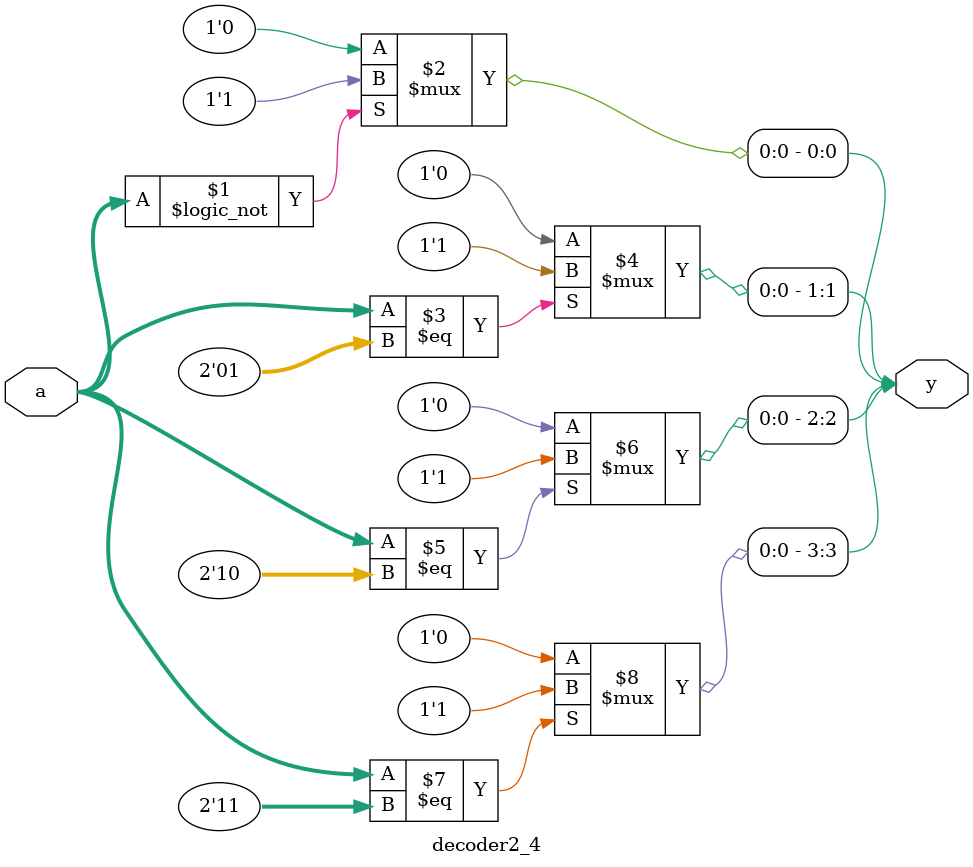
<source format=v>
`timescale 1ns / 1ps

module decoder2_4(input[1:0]a,
                  output[3:0]y);
                   
    assign y[0]= (a == 2'b00)? 1'b1:1'b0; 
    assign y[1]= (a == 2'b01)? 1'b1:1'b0;
    assign y[2]= (a == 2'b10)? 1'b1:1'b0;
    assign y[3]= (a == 2'b11)? 1'b1:1'b0;
     
endmodule

</source>
